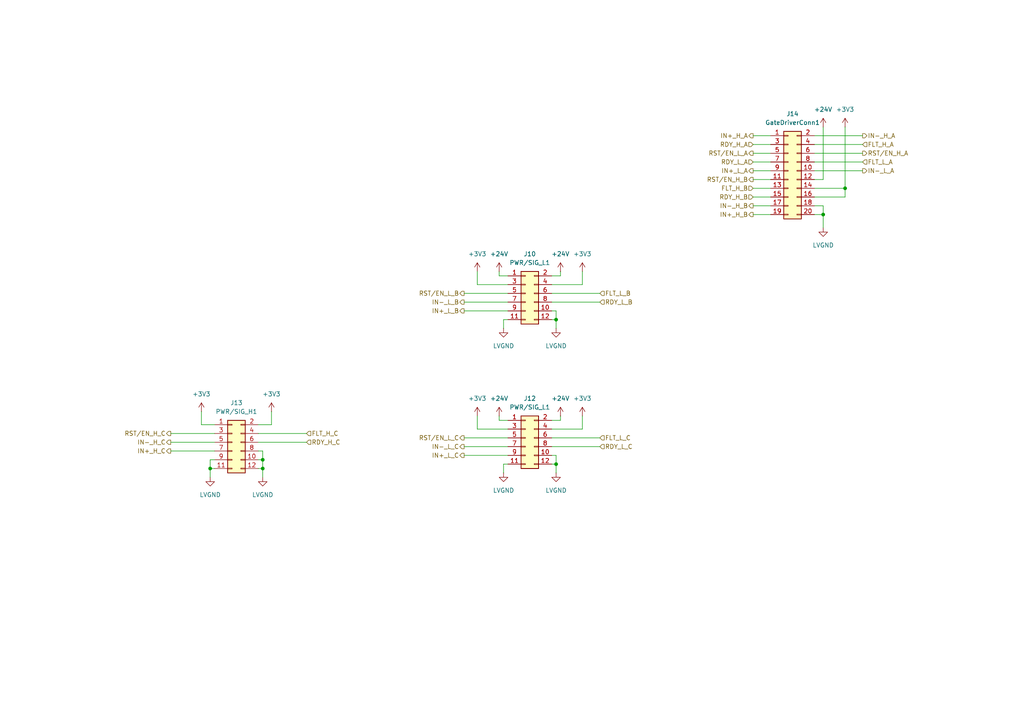
<source format=kicad_sch>
(kicad_sch (version 20250114) (generator "eeschema") (generator_version "9.0")
  (paper "A4")
  (lib_symbols
    (symbol "Connector_Generic:Conn_02x06_Odd_Even" (pin_names (offset 1.016) (hide yes))
      (property "Reference" "J" (at 1.27 7.62 0))
      (property "Value" "Conn_02x06_Odd_Even" (at 1.27 -10.16 0))
      (symbol "Conn_02x06_Odd_Even_1_1"
        (rectangle (start -1.27 6.35) (end 3.81 -8.89) (stroke (width 0.254)) (fill (type background)))
        (rectangle (start -1.27 5.207) (end 0 4.953) (stroke (width 0.1524)))
        (rectangle (start -1.27 2.667) (end 0 2.413) (stroke (width 0.1524)))
        (rectangle (start -1.27 0.127) (end 0 -0.127) (stroke (width 0.1524)))
        (rectangle (start -1.27 -2.413) (end 0 -2.667) (stroke (width 0.1524)))
        (rectangle (start -1.27 -4.953) (end 0 -5.207) (stroke (width 0.1524)))
        (rectangle (start -1.27 -7.493) (end 0 -7.747) (stroke (width 0.1524)))
        (rectangle (start 3.81 5.207) (end 2.54 4.953) (stroke (width 0.1524)))
        (rectangle (start 3.81 2.667) (end 2.54 2.413) (stroke (width 0.1524)))
        (rectangle (start 3.81 0.127) (end 2.54 -0.127) (stroke (width 0.1524)))
        (rectangle (start 3.81 -2.413) (end 2.54 -2.667) (stroke (width 0.1524)))
        (rectangle (start 3.81 -4.953) (end 2.54 -5.207) (stroke (width 0.1524)))
        (rectangle (start 3.81 -7.493) (end 2.54 -7.747) (stroke (width 0.1524)))
        (pin passive line (at -5.08 5.08 0) (length 3.81) (name "Pin_1") (number "1"))
        (pin passive line (at -5.08 2.54 0) (length 3.81) (name "Pin_3") (number "3"))
        (pin passive line (at -5.08 0 0) (length 3.81) (name "Pin_5") (number "5"))
        (pin passive line (at -5.08 -2.54 0) (length 3.81) (name "Pin_7") (number "7"))
        (pin passive line (at -5.08 -5.08 0) (length 3.81) (name "Pin_9") (number "9"))
        (pin passive line (at -5.08 -7.62 0) (length 3.81) (name "Pin_11") (number "11"))
        (pin passive line (at 7.62 5.08 180) (length 3.81) (name "Pin_2") (number "2"))
        (pin passive line (at 7.62 2.54 180) (length 3.81) (name "Pin_4") (number "4"))
        (pin passive line (at 7.62 0 180) (length 3.81) (name "Pin_6") (number "6"))
        (pin passive line (at 7.62 -2.54 180) (length 3.81) (name "Pin_8") (number "8"))
        (pin passive line (at 7.62 -5.08 180) (length 3.81) (name "Pin_10") (number "10"))
        (pin passive line (at 7.62 -7.62 180) (length 3.81) (name "Pin_12") (number "12"))
      )
    )
    (symbol "Connector_Generic:Conn_02x10_Odd_Even" (pin_names (offset 1.016) (hide yes))
      (property "Reference" "J" (at 1.27 12.7 0))
      (property "Value" "Conn_02x10_Odd_Even" (at 1.27 -15.24 0))
      (symbol "Conn_02x10_Odd_Even_1_1"
        (rectangle (start -1.27 11.43) (end 3.81 -13.97) (stroke (width 0.254)) (fill (type background)))
        (rectangle (start -1.27 10.287) (end 0 10.033) (stroke (width 0.1524)))
        (rectangle (start -1.27 7.747) (end 0 7.493) (stroke (width 0.1524)))
        (rectangle (start -1.27 5.207) (end 0 4.953) (stroke (width 0.1524)))
        (rectangle (start -1.27 2.667) (end 0 2.413) (stroke (width 0.1524)))
        (rectangle (start -1.27 0.127) (end 0 -0.127) (stroke (width 0.1524)))
        (rectangle (start -1.27 -2.413) (end 0 -2.667) (stroke (width 0.1524)))
        (rectangle (start -1.27 -4.953) (end 0 -5.207) (stroke (width 0.1524)))
        (rectangle (start -1.27 -7.493) (end 0 -7.747) (stroke (width 0.1524)))
        (rectangle (start -1.27 -10.033) (end 0 -10.287) (stroke (width 0.1524)))
        (rectangle (start -1.27 -12.573) (end 0 -12.827) (stroke (width 0.1524)))
        (rectangle (start 3.81 10.287) (end 2.54 10.033) (stroke (width 0.1524)))
        (rectangle (start 3.81 7.747) (end 2.54 7.493) (stroke (width 0.1524)))
        (rectangle (start 3.81 5.207) (end 2.54 4.953) (stroke (width 0.1524)))
        (rectangle (start 3.81 2.667) (end 2.54 2.413) (stroke (width 0.1524)))
        (rectangle (start 3.81 0.127) (end 2.54 -0.127) (stroke (width 0.1524)))
        (rectangle (start 3.81 -2.413) (end 2.54 -2.667) (stroke (width 0.1524)))
        (rectangle (start 3.81 -4.953) (end 2.54 -5.207) (stroke (width 0.1524)))
        (rectangle (start 3.81 -7.493) (end 2.54 -7.747) (stroke (width 0.1524)))
        (rectangle (start 3.81 -10.033) (end 2.54 -10.287) (stroke (width 0.1524)))
        (rectangle (start 3.81 -12.573) (end 2.54 -12.827) (stroke (width 0.1524)))
        (pin passive line (at -5.08 10.16 0) (length 3.81) (name "Pin_1") (number "1"))
        (pin passive line (at -5.08 7.62 0) (length 3.81) (name "Pin_3") (number "3"))
        (pin passive line (at -5.08 5.08 0) (length 3.81) (name "Pin_5") (number "5"))
        (pin passive line (at -5.08 2.54 0) (length 3.81) (name "Pin_7") (number "7"))
        (pin passive line (at -5.08 0 0) (length 3.81) (name "Pin_9") (number "9"))
        (pin passive line (at -5.08 -2.54 0) (length 3.81) (name "Pin_11") (number "11"))
        (pin passive line (at -5.08 -5.08 0) (length 3.81) (name "Pin_13") (number "13"))
        (pin passive line (at -5.08 -7.62 0) (length 3.81) (name "Pin_15") (number "15"))
        (pin passive line (at -5.08 -10.16 0) (length 3.81) (name "Pin_17") (number "17"))
        (pin passive line (at -5.08 -12.7 0) (length 3.81) (name "Pin_19") (number "19"))
        (pin passive line (at 7.62 10.16 180) (length 3.81) (name "Pin_2") (number "2"))
        (pin passive line (at 7.62 7.62 180) (length 3.81) (name "Pin_4") (number "4"))
        (pin passive line (at 7.62 5.08 180) (length 3.81) (name "Pin_6") (number "6"))
        (pin passive line (at 7.62 2.54 180) (length 3.81) (name "Pin_8") (number "8"))
        (pin passive line (at 7.62 0 180) (length 3.81) (name "Pin_10") (number "10"))
        (pin passive line (at 7.62 -2.54 180) (length 3.81) (name "Pin_12") (number "12"))
        (pin passive line (at 7.62 -5.08 180) (length 3.81) (name "Pin_14") (number "14"))
        (pin passive line (at 7.62 -7.62 180) (length 3.81) (name "Pin_16") (number "16"))
        (pin passive line (at 7.62 -10.16 180) (length 3.81) (name "Pin_18") (number "18"))
        (pin passive line (at 7.62 -12.7 180) (length 3.81) (name "Pin_20") (number "20"))
      )
    )
    (symbol "power:+24V" (power) (pin_numbers (hide yes)) (pin_names (offset 0) (hide yes))
      (property "Value" "+24V" (at 0 3.556 0))
      (symbol "+24V_0_1"
        (polyline (pts (xy -0.762 1.27) (xy 0 2.54)))
        (polyline (pts (xy 0 2.54) (xy 0.762 1.27)))
        (polyline (pts (xy 0 0) (xy 0 2.54)))
      )
      (symbol "+24V_1_1"
        (pin power_in line (at 0 0 90) (length 0) (name "~") (number "1"))
      )
    )
    (symbol "power:+3V3" (power) (pin_numbers (hide yes)) (pin_names (offset 0) (hide yes))
      (property "Value" "+3V3" (at 0 3.556 0))
      (symbol "+3V3_0_1"
        (polyline (pts (xy -0.762 1.27) (xy 0 2.54)))
        (polyline (pts (xy 0 2.54) (xy 0.762 1.27)))
        (polyline (pts (xy 0 0) (xy 0 2.54)))
      )
      (symbol "+3V3_1_1"
        (pin power_in line (at 0 0 90) (length 0) (name "~") (number "1"))
      )
    )
    (symbol "power:GND" (power) (pin_numbers (hide yes)) (pin_names (offset 0) (hide yes))
      (property "Value" "GND" (at 0 -3.81 0))
      (symbol "GND_0_1"
        (polyline (pts (xy 0 0) (xy 0 -1.27) (xy 1.27 -1.27) (xy 0 -2.54) (xy -1.27 -1.27) (xy 0 -1.27)))
      )
      (symbol "GND_1_1"
        (pin power_in line (at 0 0 270) (length 0) (name "~") (number "1"))
      )
    )
  )
  (junction (at 76.2 135.89))
  (junction (at 245.11 54.61))
  (junction (at 161.29 134.62))
  (junction (at 238.76 62.23))
  (junction (at 60.96 135.89))
  (junction (at 76.2 133.35))
  (junction (at 161.29 92.71))
  (wire (pts (xy 144.78 80.01) (xy 147.32 80.01)))
  (wire (pts (xy 218.44 41.91) (xy 223.52 41.91)))
  (wire (pts (xy 146.05 92.71) (xy 147.32 92.71)))
  (wire (pts (xy 218.44 49.53) (xy 223.52 49.53)))
  (wire (pts (xy 236.22 41.91) (xy 250.19 41.91)))
  (wire (pts (xy 146.05 134.62) (xy 146.05 137.16)))
  (wire (pts (xy 60.96 135.89) (xy 62.23 135.89)))
  (wire (pts (xy 134.62 132.08) (xy 147.32 132.08)))
  (wire (pts (xy 146.05 134.62) (xy 147.32 134.62)))
  (wire (pts (xy 160.02 124.46) (xy 168.91 124.46)))
  (wire (pts (xy 218.44 57.15) (xy 223.52 57.15)))
  (wire (pts (xy 49.53 128.27) (xy 62.23 128.27)))
  (wire (pts (xy 238.76 59.69) (xy 238.76 62.23)))
  (wire (pts (xy 218.44 59.69) (xy 223.52 59.69)))
  (wire (pts (xy 160.02 92.71) (xy 161.29 92.71)))
  (wire (pts (xy 49.53 125.73) (xy 62.23 125.73)))
  (wire (pts (xy 168.91 78.74) (xy 168.91 82.55)))
  (wire (pts (xy 161.29 92.71) (xy 161.29 95.25)))
  (wire (pts (xy 162.56 121.92) (xy 160.02 121.92)))
  (wire (pts (xy 58.42 123.19) (xy 62.23 123.19)))
  (wire (pts (xy 161.29 134.62) (xy 161.29 137.16)))
  (wire (pts (xy 236.22 62.23) (xy 238.76 62.23)))
  (wire (pts (xy 74.93 123.19) (xy 78.74 123.19)))
  (wire (pts (xy 236.22 46.99) (xy 250.19 46.99)))
  (wire (pts (xy 146.05 92.71) (xy 146.05 95.25)))
  (wire (pts (xy 60.96 133.35) (xy 62.23 133.35)))
  (wire (pts (xy 160.02 129.54) (xy 173.99 129.54)))
  (wire (pts (xy 160.02 85.09) (xy 173.99 85.09)))
  (wire (pts (xy 218.44 46.99) (xy 223.52 46.99)))
  (wire (pts (xy 60.96 135.89) (xy 60.96 138.43)))
  (wire (pts (xy 236.22 44.45) (xy 250.19 44.45)))
  (wire (pts (xy 236.22 54.61) (xy 245.11 54.61)))
  (wire (pts (xy 78.74 119.38) (xy 78.74 123.19)))
  (wire (pts (xy 76.2 130.81) (xy 76.2 133.35)))
  (wire (pts (xy 74.93 133.35) (xy 76.2 133.35)))
  (wire (pts (xy 236.22 59.69) (xy 238.76 59.69)))
  (wire (pts (xy 161.29 132.08) (xy 161.29 134.62)))
  (wire (pts (xy 218.44 62.23) (xy 223.52 62.23)))
  (wire (pts (xy 160.02 134.62) (xy 161.29 134.62)))
  (wire (pts (xy 245.11 57.15) (xy 245.11 54.61)))
  (wire (pts (xy 138.43 82.55) (xy 147.32 82.55)))
  (wire (pts (xy 236.22 39.37) (xy 250.19 39.37)))
  (wire (pts (xy 160.02 82.55) (xy 168.91 82.55)))
  (wire (pts (xy 74.93 125.73) (xy 88.9 125.73)))
  (wire (pts (xy 160.02 87.63) (xy 173.99 87.63)))
  (wire (pts (xy 134.62 90.17) (xy 147.32 90.17)))
  (wire (pts (xy 74.93 128.27) (xy 88.9 128.27)))
  (wire (pts (xy 162.56 78.74) (xy 162.56 80.01)))
  (wire (pts (xy 134.62 85.09) (xy 147.32 85.09)))
  (wire (pts (xy 218.44 44.45) (xy 223.52 44.45)))
  (wire (pts (xy 162.56 80.01) (xy 160.02 80.01)))
  (wire (pts (xy 168.91 120.65) (xy 168.91 124.46)))
  (wire (pts (xy 76.2 135.89) (xy 76.2 138.43)))
  (wire (pts (xy 218.44 52.07) (xy 223.52 52.07)))
  (wire (pts (xy 134.62 127) (xy 147.32 127)))
  (wire (pts (xy 144.78 78.74) (xy 144.78 80.01)))
  (wire (pts (xy 138.43 78.74) (xy 138.43 82.55)))
  (wire (pts (xy 236.22 57.15) (xy 245.11 57.15)))
  (wire (pts (xy 161.29 90.17) (xy 161.29 92.71)))
  (wire (pts (xy 76.2 133.35) (xy 76.2 135.89)))
  (wire (pts (xy 236.22 52.07) (xy 238.76 52.07)))
  (wire (pts (xy 138.43 124.46) (xy 147.32 124.46)))
  (wire (pts (xy 238.76 36.83) (xy 238.76 52.07)))
  (wire (pts (xy 160.02 132.08) (xy 161.29 132.08)))
  (wire (pts (xy 144.78 121.92) (xy 147.32 121.92)))
  (wire (pts (xy 245.11 36.83) (xy 245.11 54.61)))
  (wire (pts (xy 58.42 119.38) (xy 58.42 123.19)))
  (wire (pts (xy 74.93 135.89) (xy 76.2 135.89)))
  (wire (pts (xy 236.22 49.53) (xy 250.19 49.53)))
  (wire (pts (xy 160.02 90.17) (xy 161.29 90.17)))
  (wire (pts (xy 144.78 120.65) (xy 144.78 121.92)))
  (wire (pts (xy 74.93 130.81) (xy 76.2 130.81)))
  (wire (pts (xy 134.62 87.63) (xy 147.32 87.63)))
  (wire (pts (xy 134.62 129.54) (xy 147.32 129.54)))
  (wire (pts (xy 138.43 120.65) (xy 138.43 124.46)))
  (wire (pts (xy 160.02 127) (xy 173.99 127)))
  (wire (pts (xy 238.76 62.23) (xy 238.76 66.04)))
  (wire (pts (xy 218.44 39.37) (xy 223.52 39.37)))
  (wire (pts (xy 162.56 120.65) (xy 162.56 121.92)))
  (wire (pts (xy 60.96 133.35) (xy 60.96 135.89)))
  (wire (pts (xy 218.44 54.61) (xy 223.52 54.61)))
  (wire (pts (xy 49.53 130.81) (xy 62.23 130.81)))
  (hierarchical_label "IN-_L_C" (shape output) (at 134.62 129.54 180))
  (hierarchical_label "IN-_L_B" (shape output) (at 134.62 87.63 180))
  (hierarchical_label "RDY_H_C" (shape input) (at 88.9 128.27 0))
  (hierarchical_label "FLT_H_A" (shape input) (at 250.19 41.91 0))
  (hierarchical_label "FLT_L_A" (shape input) (at 250.19 46.99 0))
  (hierarchical_label "RDY_L_B" (shape input) (at 173.99 87.63 0))
  (hierarchical_label "RST{slash}EN_H_A" (shape output) (at 250.19 44.45 0))
  (hierarchical_label "IN-_H_C" (shape output) (at 49.53 128.27 180))
  (hierarchical_label "IN+_H_B" (shape output) (at 218.44 62.23 180))
  (hierarchical_label "RST{slash}EN_L_B" (shape output) (at 134.62 85.09 180))
  (hierarchical_label "IN-_L_A" (shape output) (at 250.19 49.53 0))
  (hierarchical_label "IN+_L_A" (shape output) (at 218.44 49.53 180))
  (hierarchical_label "FLT_H_B" (shape input) (at 218.44 54.61 180))
  (hierarchical_label "IN+_H_A" (shape output) (at 218.44 39.37 180))
  (hierarchical_label "RDY_L_A" (shape input) (at 218.44 46.99 180))
  (hierarchical_label "FLT_H_C" (shape input) (at 88.9 125.73 0))
  (hierarchical_label "RST{slash}EN_L_A" (shape output) (at 218.44 44.45 180))
  (hierarchical_label "RDY_H_A" (shape input) (at 218.44 41.91 180))
  (hierarchical_label "RST{slash}EN_H_C" (shape output) (at 49.53 125.73 180))
  (hierarchical_label "FLT_L_B" (shape input) (at 173.99 85.09 0))
  (hierarchical_label "IN+_H_C" (shape output) (at 49.53 130.81 180))
  (hierarchical_label "IN+_L_B" (shape output) (at 134.62 90.17 180))
  (hierarchical_label "RST{slash}EN_L_C" (shape output) (at 134.62 127 180))
  (hierarchical_label "FLT_L_C" (shape input) (at 173.99 127 0))
  (hierarchical_label "RDY_H_B" (shape input) (at 218.44 57.15 180))
  (hierarchical_label "IN-_H_B" (shape output) (at 218.44 59.69 180))
  (hierarchical_label "IN-_H_A" (shape output) (at 250.19 39.37 0))
  (hierarchical_label "RST{slash}EN_H_B" (shape output) (at 218.44 52.07 180))
  (hierarchical_label "RDY_L_C" (shape input) (at 173.99 129.54 0))
  (hierarchical_label "IN+_L_C" (shape output) (at 134.62 132.08 180))
  (symbol (lib_id "power:+3V3") (at 168.91 78.74 0) (unit 1)
    (property "Reference" "#PWR0258" (effects (hide yes)))
    (property "Value" "+3V3" (at 168.91 73.66 0))
    (property "Description" "Power symbol creates a global label with name \"+3V3\"" (effects (hide yes)))
  )
  (symbol (lib_id "power:+24V") (at 162.56 78.74 0) (unit 1)
    (property "Reference" "#PWR0257" (effects (hide yes)))
    (property "Value" "+24V" (at 162.56 73.66 0))
    (property "Description" "Power symbol creates a global label with name \"+24V\"" (effects (hide yes)))
  )
  (symbol (lib_id "Connector_Generic:Conn_02x06_Odd_Even") (at 152.4 85.09 0) (unit 1)
    (property "Reference" "J10" (at 153.67 73.66 0))
    (property "Value" "PWR/SIG_L1" (at 153.67 76.2 0))
    (property "Footprint" "Connector_PinHeader_2.54mm:PinHeader_2x06_P2.54mm_Vertical" (effects (hide yes)))
    (property "Description" "Generic connector, double row, 02x06, odd/even pin numbering scheme (row 1 odd numbers, row 2 even numbers), script generated (kicad-library-utils/schlib/autogen/connector/)" (effects (hide yes)))
  )
  (symbol (lib_id "Connector_Generic:Conn_02x10_Odd_Even") (at 228.6 49.53 0) (unit 1)
    (property "Reference" "J14" (at 229.87 33.02 0))
    (property "Value" "GateDriverConn1" (at 229.87 35.56 0))
    (property "Footprint" "Connector_PinHeader_2.54mm:PinHeader_2x10_P2.54mm_Vertical" (effects (hide yes)))
    (property "Description" "Generic connector, double row, 02x10, odd/even pin numbering scheme (row 1 odd numbers, row 2 even numbers), script generated (kicad-library-utils/schlib/autogen/connector/)" (effects (hide yes)))
  )
  (symbol (lib_id "power:+3V3") (at 168.91 120.65 0) (unit 1)
    (property "Reference" "#PWR0268" (effects (hide yes)))
    (property "Value" "+3V3" (at 168.91 115.57 0))
    (property "Description" "Power symbol creates a global label with name \"+3V3\"" (effects (hide yes)))
  )
  (symbol (lib_id "power:+24V") (at 238.76 36.83 0) (unit 1)
    (property "Reference" "#PWR0273" (effects (hide yes)))
    (property "Value" "+24V" (at 238.76 31.75 0))
    (property "Description" "Power symbol creates a global label with name \"+24V\"" (effects (hide yes)))
  )
  (symbol (lib_id "power:+3V3") (at 78.74 119.38 0) (unit 1)
    (property "Reference" "#PWR0264" (effects (hide yes)))
    (property "Value" "+3V3" (at 78.74 114.3 0))
    (property "Description" "Power symbol creates a global label with name \"+3V3\"" (effects (hide yes)))
  )
  (symbol (lib_id "power:+3V3") (at 138.43 78.74 0) (unit 1)
    (property "Reference" "#PWR0255" (effects (hide yes)))
    (property "Value" "+3V3" (at 138.43 73.66 0))
    (property "Description" "Power symbol creates a global label with name \"+3V3\"" (effects (hide yes)))
  )
  (symbol (lib_id "power:GND") (at 238.76 66.04 0) (unit 1)
    (property "Reference" "#PWR0275" (effects (hide yes)))
    (property "Value" "LVGND" (at 238.76 71.12 0))
    (property "Description" "Power symbol creates a global label with name \"GND\" , ground" (effects (hide yes)))
  )
  (symbol (lib_id "power:GND") (at 146.05 95.25 0) (unit 1)
    (property "Reference" "#PWR0259" (effects (hide yes)))
    (property "Value" "LVGND" (at 146.05 100.33 0))
    (property "Description" "Power symbol creates a global label with name \"GND\" , ground" (effects (hide yes)))
  )
  (symbol (lib_id "power:+24V") (at 144.78 78.74 0) (unit 1)
    (property "Reference" "#PWR0256" (effects (hide yes)))
    (property "Value" "+24V" (at 144.78 73.66 0))
    (property "Description" "Power symbol creates a global label with name \"+24V\"" (effects (hide yes)))
  )
  (symbol (lib_id "power:GND") (at 76.2 138.43 0) (unit 1)
    (property "Reference" "#PWR0272" (effects (hide yes)))
    (property "Value" "LVGND" (at 76.2 143.51 0))
    (property "Description" "Power symbol creates a global label with name \"GND\" , ground" (effects (hide yes)))
  )
  (symbol (lib_id "Connector_Generic:Conn_02x06_Odd_Even") (at 67.31 128.27 0) (unit 1)
    (property "Reference" "J13" (at 68.58 116.84 0))
    (property "Value" "PWR/SIG_H1" (at 68.58 119.38 0))
    (property "Footprint" "Connector_PinHeader_2.54mm:PinHeader_2x06_P2.54mm_Vertical" (effects (hide yes)))
    (property "Description" "Generic connector, double row, 02x06, odd/even pin numbering scheme (row 1 odd numbers, row 2 even numbers), script generated (kicad-library-utils/schlib/autogen/connector/)" (effects (hide yes)))
  )
  (symbol (lib_id "power:+24V") (at 144.78 120.65 0) (unit 1)
    (property "Reference" "#PWR0266" (effects (hide yes)))
    (property "Value" "+24V" (at 144.78 115.57 0))
    (property "Description" "Power symbol creates a global label with name \"+24V\"" (effects (hide yes)))
  )
  (symbol (lib_id "power:GND") (at 146.05 137.16 0) (unit 1)
    (property "Reference" "#PWR0269" (effects (hide yes)))
    (property "Value" "LVGND" (at 146.05 142.24 0))
    (property "Description" "Power symbol creates a global label with name \"GND\" , ground" (effects (hide yes)))
  )
  (symbol (lib_id "power:GND") (at 161.29 137.16 0) (unit 1)
    (property "Reference" "#PWR0270" (effects (hide yes)))
    (property "Value" "LVGND" (at 161.29 142.24 0))
    (property "Description" "Power symbol creates a global label with name \"GND\" , ground" (effects (hide yes)))
  )
  (symbol (lib_id "power:GND") (at 60.96 138.43 0) (unit 1)
    (property "Reference" "#PWR0271" (effects (hide yes)))
    (property "Value" "LVGND" (at 60.96 143.51 0))
    (property "Description" "Power symbol creates a global label with name \"GND\" , ground" (effects (hide yes)))
  )
  (symbol (lib_id "power:GND") (at 161.29 95.25 0) (unit 1)
    (property "Reference" "#PWR0260" (effects (hide yes)))
    (property "Value" "LVGND" (at 161.29 100.33 0))
    (property "Description" "Power symbol creates a global label with name \"GND\" , ground" (effects (hide yes)))
  )
  (symbol (lib_id "power:+3V3") (at 138.43 120.65 0) (unit 1)
    (property "Reference" "#PWR0265" (effects (hide yes)))
    (property "Value" "+3V3" (at 138.43 115.57 0))
    (property "Description" "Power symbol creates a global label with name \"+3V3\"" (effects (hide yes)))
  )
  (symbol (lib_id "power:+3V3") (at 58.42 119.38 0) (unit 1)
    (property "Reference" "#PWR0263" (effects (hide yes)))
    (property "Value" "+3V3" (at 58.42 114.3 0))
    (property "Description" "Power symbol creates a global label with name \"+3V3\"" (effects (hide yes)))
  )
  (symbol (lib_id "power:+3V3") (at 245.11 36.83 0) (unit 1)
    (property "Reference" "#PWR0274" (effects (hide yes)))
    (property "Value" "+3V3" (at 245.11 31.75 0))
    (property "Description" "Power symbol creates a global label with name \"+3V3\"" (effects (hide yes)))
  )
  (symbol (lib_id "power:+24V") (at 162.56 120.65 0) (unit 1)
    (property "Reference" "#PWR0267" (effects (hide yes)))
    (property "Value" "+24V" (at 162.56 115.57 0))
    (property "Description" "Power symbol creates a global label with name \"+24V\"" (effects (hide yes)))
  )
  (symbol (lib_id "Connector_Generic:Conn_02x06_Odd_Even") (at 152.4 127 0) (unit 1)
    (property "Reference" "J12" (at 153.67 115.57 0))
    (property "Value" "PWR/SIG_L1" (at 153.67 118.11 0))
    (property "Footprint" "Connector_PinHeader_2.54mm:PinHeader_2x06_P2.54mm_Vertical" (effects (hide yes)))
    (property "Description" "Generic connector, double row, 02x06, odd/even pin numbering scheme (row 1 odd numbers, row 2 even numbers), script generated (kicad-library-utils/schlib/autogen/connector/)" (effects (hide yes)))
  )
)
</source>
